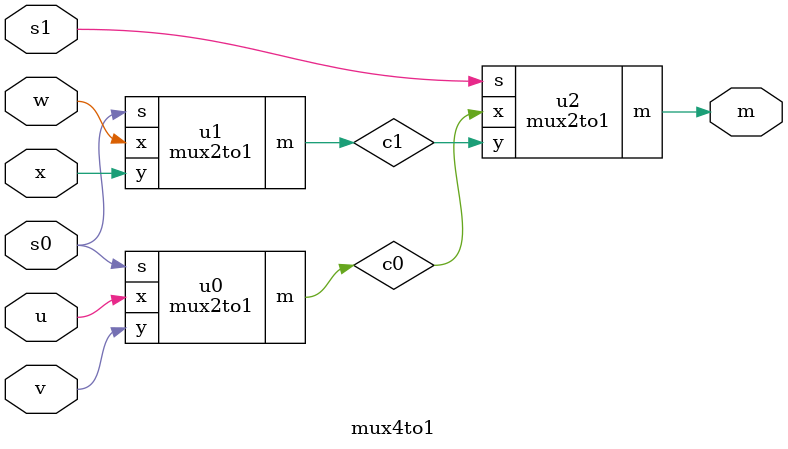
<source format=v>
`timescale 1ns / 1ns // `timescale time_unit/time_precision


//LEDR[0] output display

module mux(LEDR, SW);
    input [9:0] SW;
    output [9:0] LEDR;
	  mux4to1 u0(
        .u(SW[0]),
        .v(SW[1]),
        .w(SW[2]),
        .x(SW[3]),
        .s0(SW[8]),
        .s1(SW[9]),
        .m(LEDR[0])
        );
		  
endmodule

module mux2to1(x, y, s, m);
    input x; //select 0
    input y; //select 1
    input s; //select signal
    output m; //output
  
    //assign m = s & y | ~s & x;
    // OR
    assign m = s ? y : x;

endmodule

module mux4to1(u, v, w, x, s0, s1, m);
	input u, v, w, x, s0, s1; //4 inputs and 2 signal
	output m;//output signal
	wire c0, c1; //wires to store output from the 2 mux2to1
	
	mux2to1 u0(u, v, s0, c0);//select which pairs (uw,vx) of signals goes through
	mux2to1 u1(w, x, s0, c1);
	mux2to1 u2(c0, c1, s1, m);//final selection between c0 and c1
	
endmodule
</source>
